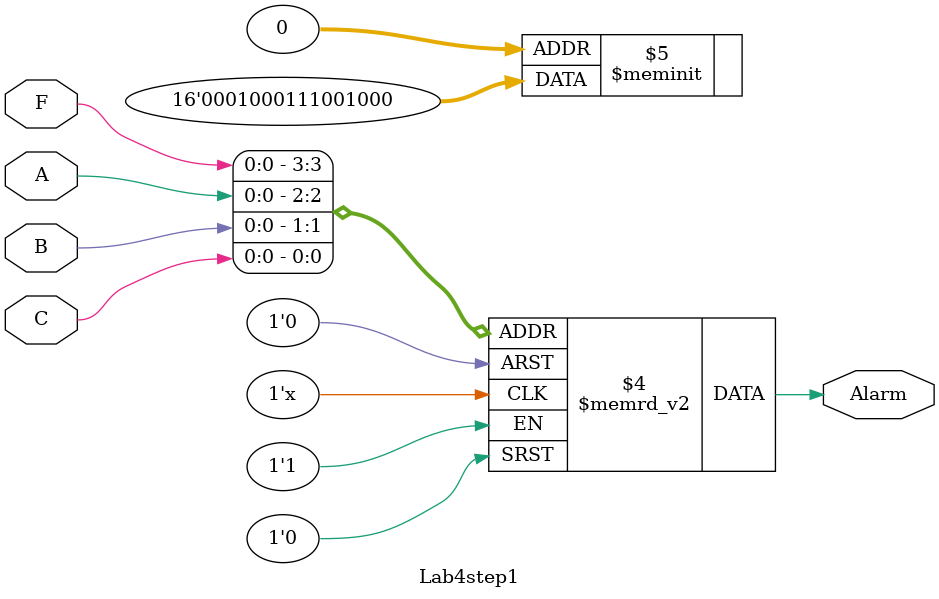
<source format=v>
module Lab4step1(Alarm, F, A, B, C);

	input F,A,B,C;
	output Alarm;
	reg Alarm;
	
	always @(F or A or B or C)
	begin 
			case({F,A,B,C})
			
				4'b0000:Alarm = 'b0;
				4'b0001:Alarm = 'b0;
				4'b0010:Alarm = 'b0;
				4'b0011:Alarm = 'b1;
				
				4'b0100:Alarm = 'b0;
				4'b0101:Alarm = 'b0;
				4'b0110:Alarm = 'b1;
				4'b0111:Alarm = 'b1;
				
				4'b1000:Alarm = 'b1;
				4'b1001:Alarm = 'b0;
				4'b1010:Alarm = 'b0;
				4'b1011:Alarm = 'b0;
				
				4'b1100:Alarm = 'b1;
				4'b1101:Alarm = 'b0;
				4'b1110:Alarm = 'b0;
				4'b1111:Alarm = 'b0;
				
			endcase
			
	end
	
endmodule

</source>
